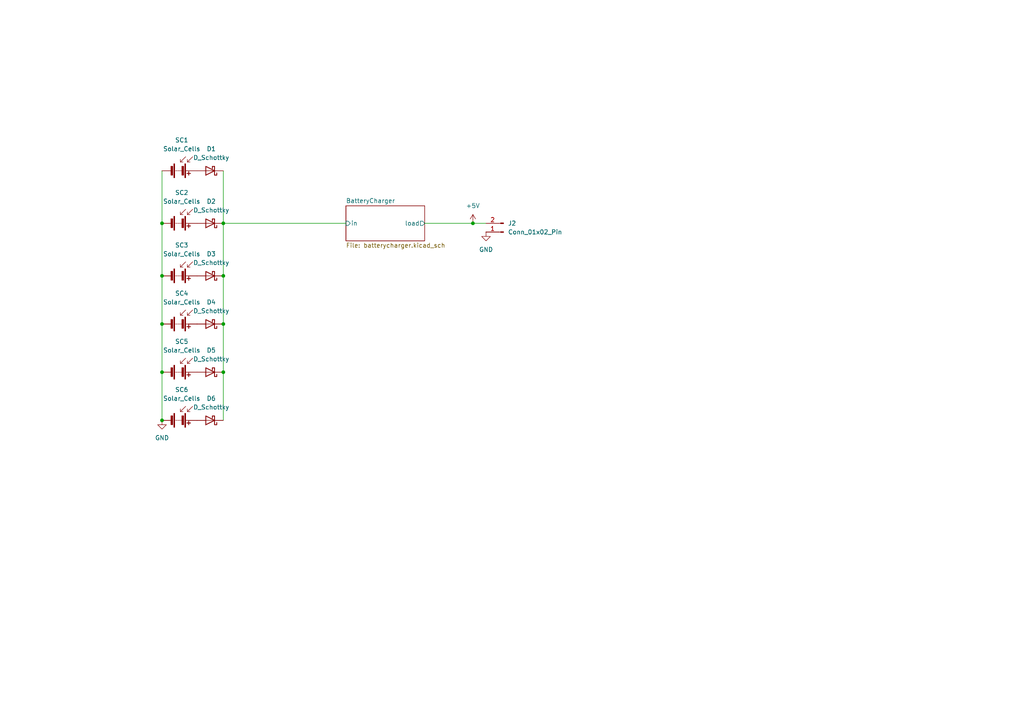
<source format=kicad_sch>
(kicad_sch (version 20231120) (generator "eeschema") (generator_version "8.0")
  (paper "A4")
  (lib_symbols
    (symbol "Connector:Conn_01x02_Pin" (pin_names (offset 1.016) hide)
      (property "Reference" "J" (at 0 2.54 0))
      (property "Value" "Conn_01x02_Pin" (at 0 -5.08 0))
      (symbol "Conn_01x02_Pin_1_1"
        (polyline (pts (xy 1.27 -2.54) (xy 0.8636 -2.54)) (stroke (width 0.1524)))
        (polyline (pts (xy 1.27 0) (xy 0.8636 0)) (stroke (width 0.1524)))
        (rectangle (start 0.8636 -2.413) (end 0 -2.667) (stroke (width 0.1524)) (fill (type outline)))
        (rectangle (start 0.8636 0.127) (end 0 -0.127) (stroke (width 0.1524)) (fill (type outline)))
        (pin passive line (at 5.08 0 180) (length 3.81) (name "Pin_1") (number "1"))
        (pin passive line (at 5.08 -2.54 180) (length 3.81) (name "Pin_2") (number "2"))
      )
    )
    (symbol "Device:D_Schottky" (pin_numbers hide) (pin_names (offset 1.016) hide)
      (property "Reference" "D" (at 0 2.54 0))
      (property "Value" "D_Schottky" (at 0 -2.54 0))
      (symbol "D_Schottky_0_1"
        (polyline (pts (xy 1.27 0) (xy -1.27 0)))
        (polyline (pts (xy 1.27 1.27) (xy 1.27 -1.27) (xy -1.27 0) (xy 1.27 1.27)) (stroke (width 0.254)))
        (polyline (pts (xy -1.905 0.635) (xy -1.905 1.27) (xy -1.27 1.27) (xy -1.27 -1.27) (xy -0.635 -1.27) (xy -0.635 -0.635)) (stroke (width 0.254)))
      )
      (symbol "D_Schottky_1_1"
        (pin passive line (at -3.81 0 0) (length 2.54) (name "K") (number "1"))
        (pin passive line (at 3.81 0 180) (length 2.54) (name "A") (number "2"))
      )
    )
    (symbol "Device:Solar_Cells" (pin_numbers hide) (pin_names (offset 0) hide)
      (property "Reference" "SC" (at 2.54 2.54 0))
      (property "Value" "Solar_Cells" (at 2.54 0 0))
      (symbol "Solar_Cells_0_1"
        (rectangle (start -2.032 -1.397) (end 2.032 -1.651) (fill (type outline)))
        (rectangle (start -2.032 1.778) (end 2.032 1.524) (fill (type outline)))
        (rectangle (start -1.3208 -1.9812) (end 1.27 -2.4892) (fill (type outline)))
        (rectangle (start -1.3208 1.1938) (end 1.27 0.6858) (fill (type outline)))
        (polyline (pts (xy -2.54 0.254) (xy -4.064 1.778)))
        (polyline (pts (xy -2.54 2.286) (xy -4.064 3.81)))
        (polyline (pts (xy 0 -1.524) (xy 0 -1.27)))
        (polyline (pts (xy 0 -1.016) (xy 0 -0.762)))
        (polyline (pts (xy 0 -0.508) (xy 0 -0.254)))
        (polyline (pts (xy 0 0) (xy 0 0.254)))
        (polyline (pts (xy 0 0.508) (xy 0 0.762)))
        (polyline (pts (xy 0 1.778) (xy 0 2.54)))
        (polyline (pts (xy 0.254 2.667) (xy 1.27 2.667)) (stroke (width 0.254)))
        (polyline (pts (xy 0.762 3.175) (xy 0.762 2.159)) (stroke (width 0.254)))
        (polyline (pts (xy -2.54 1.016) (xy -2.54 0.254) (xy -3.302 0.254)))
        (polyline (pts (xy -2.54 3.048) (xy -2.54 2.286) (xy -3.302 2.286)))
      )
      (symbol "Solar_Cells_1_1"
        (pin passive line (at 0 5.08 270) (length 2.54) (name "+") (number "1"))
        (pin passive line (at 0 -5.08 90) (length 2.54) (name "-") (number "2"))
      )
    )
    (symbol "GND_1" (power) (pin_numbers hide) (pin_names (offset 0) hide)
      (property "Value" "GND" (at 0 -3.81 0))
      (symbol "GND_1_0_1"
        (polyline (pts (xy 0 0) (xy 0 -1.27) (xy 1.27 -1.27) (xy 0 -2.54) (xy -1.27 -1.27) (xy 0 -1.27)))
      )
      (symbol "GND_1_1_1"
        (pin power_in line (at 0 0 270) (length 0) (name "~") (number "1"))
      )
    )
    (symbol "power:+5V" (power) (pin_numbers hide) (pin_names (offset 0) hide)
      (property "Value" "+5V" (at 0 3.556 0))
      (symbol "+5V_0_1"
        (polyline (pts (xy -0.762 1.27) (xy 0 2.54)))
        (polyline (pts (xy 0 0) (xy 0 2.54)))
        (polyline (pts (xy 0 2.54) (xy 0.762 1.27)))
      )
      (symbol "+5V_1_1"
        (pin power_in line (at 0 0 90) (length 0) (name "~") (number "1"))
      )
    )
    (symbol "power:GND" (power) (pin_names (offset 0))
      (property "Value" "GND" (at 0 -3.81 0))
      (symbol "GND_0_1"
        (polyline (pts (xy 0 0) (xy 0 -1.27) (xy 1.27 -1.27) (xy 0 -2.54) (xy -1.27 -1.27) (xy 0 -1.27)))
      )
      (symbol "GND_1_1"
        (pin power_in line (at 0 0 270) (length 0) hide (name "GND") (number "1"))
      )
    )
  )
  (junction (at 64.77 107.95))
  (junction (at 64.77 80.01))
  (junction (at 46.99 64.77))
  (junction (at 46.99 107.95))
  (junction (at 64.77 64.77))
  (junction (at 137.16 64.77))
  (junction (at 46.99 121.92))
  (junction (at 46.99 80.01))
  (junction (at 64.77 93.98))
  (junction (at 46.99 93.98))
  (wire (pts (xy 64.77 93.98) (xy 64.77 107.95)))
  (wire (pts (xy 64.77 80.01) (xy 64.77 93.98)))
  (wire (pts (xy 64.77 64.77) (xy 100.33 64.77)))
  (wire (pts (xy 64.77 64.77) (xy 64.77 80.01)))
  (wire (pts (xy 46.99 64.77) (xy 46.99 80.01)))
  (wire (pts (xy 123.19 64.77) (xy 137.16 64.77)))
  (wire (pts (xy 46.99 107.95) (xy 46.99 121.92)))
  (wire (pts (xy 46.99 93.98) (xy 46.99 107.95)))
  (wire (pts (xy 137.16 64.77) (xy 140.97 64.77)))
  (wire (pts (xy 64.77 107.95) (xy 64.77 121.92)))
  (wire (pts (xy 46.99 49.53) (xy 46.99 64.77)))
  (wire (pts (xy 46.99 80.01) (xy 46.99 93.98)))
  (wire (pts (xy 64.77 49.53) (xy 64.77 64.77)))
  (symbol (lib_id "Device:Solar_Cells") (at 52.07 93.98 270) (unit 1)
    (property "Reference" "SC4" (at 52.705 85.09 90))
    (property "Value" "Solar_Cells" (at 52.705 87.63 90))
    (property "Footprint" "Connector_PinHeader_2.54mm:PinHeader_1x02_P2.54mm_Vertical" (effects (hide yes)))
  )
  (symbol (lib_id "power:+5V") (at 137.16 64.77 0) (unit 1)
    (property "Reference" "#PWR09" (effects (hide yes)))
    (property "Value" "+5V" (at 137.16 59.69 0))
    (property "Description" "Power symbol creates a global label with name \"+5V\"" (effects (hide yes)))
  )
  (symbol (lib_id "Connector:Conn_01x02_Pin") (at 146.05 67.31 180) (unit 1)
    (property "Reference" "J2" (at 147.32 64.7699 0) (effects (justify right)))
    (property "Value" "Conn_01x02_Pin" (at 147.32 67.3099 0) (effects (justify right)))
    (property "Footprint" "Connector_PinHeader_2.54mm:PinHeader_1x02_P2.54mm_Vertical" (effects (hide yes)))
    (property "Description" "Generic connector, single row, 01x02, script generated" (effects (hide yes)))
  )
  (symbol (lib_id "Device:Solar_Cells") (at 52.07 80.01 270) (unit 1)
    (property "Reference" "SC3" (at 52.705 71.12 90))
    (property "Value" "Solar_Cells" (at 52.705 73.66 90))
    (property "Footprint" "Connector_PinHeader_2.54mm:PinHeader_1x02_P2.54mm_Vertical" (effects (hide yes)))
  )
  (symbol (lib_id "Device:Solar_Cells") (at 52.07 121.92 270) (unit 1)
    (property "Reference" "SC6" (at 52.705 113.03 90))
    (property "Value" "Solar_Cells" (at 52.705 115.57 90))
    (property "Footprint" "Connector_PinHeader_2.54mm:PinHeader_1x02_P2.54mm_Vertical" (effects (hide yes)))
  )
  (symbol (lib_id "Device:D_Schottky") (at 60.96 64.77 180) (unit 1)
    (property "Reference" "D2" (at 61.2775 58.42 0))
    (property "Value" "D_Schottky" (at 61.2775 60.96 0))
    (property "Footprint" "Diode_THT:D_DO-35_SOD27_P7.62mm_Horizontal" (effects (hide yes)))
  )
  (symbol (lib_id "Device:D_Schottky") (at 60.96 107.95 180) (unit 1)
    (property "Reference" "D5" (at 61.2775 101.6 0))
    (property "Value" "D_Schottky" (at 61.2775 104.14 0))
    (property "Footprint" "Diode_THT:D_DO-35_SOD27_P7.62mm_Horizontal" (effects (hide yes)))
  )
  (symbol (lib_name "GND_1") (lib_id "power:GND") (at 140.97 67.31 0) (unit 1)
    (property "Reference" "#PWR01" (effects (hide yes)))
    (property "Value" "GND" (at 140.97 72.39 0))
    (property "Description" "Power symbol creates a global label with name \"GND\" , ground" (effects (hide yes)))
  )
  (symbol (lib_id "Device:D_Schottky") (at 60.96 80.01 180) (unit 1)
    (property "Reference" "D3" (at 61.2775 73.66 0))
    (property "Value" "D_Schottky" (at 61.2775 76.2 0))
    (property "Footprint" "Diode_THT:D_DO-35_SOD27_P7.62mm_Horizontal" (effects (hide yes)))
  )
  (symbol (lib_id "Device:D_Schottky") (at 60.96 49.53 180) (unit 1)
    (property "Reference" "D1" (at 61.2775 43.18 0))
    (property "Value" "D_Schottky" (at 61.2775 45.72 0))
    (property "Footprint" "Diode_THT:D_DO-35_SOD27_P7.62mm_Horizontal" (effects (hide yes)))
  )
  (symbol (lib_id "Device:Solar_Cells") (at 52.07 107.95 270) (unit 1)
    (property "Reference" "SC5" (at 52.705 99.06 90))
    (property "Value" "Solar_Cells" (at 52.705 101.6 90))
    (property "Footprint" "Connector_PinHeader_2.54mm:PinHeader_1x02_P2.54mm_Vertical" (effects (hide yes)))
  )
  (symbol (lib_id "power:GND") (at 46.99 121.92 0) (unit 1)
    (property "Reference" "#PWR04" (effects (hide yes)))
    (property "Value" "GND" (at 46.99 127 0))
  )
  (symbol (lib_id "Device:D_Schottky") (at 60.96 121.92 180) (unit 1)
    (property "Reference" "D6" (at 61.2775 115.57 0))
    (property "Value" "D_Schottky" (at 61.2775 118.11 0))
    (property "Footprint" "Diode_THT:D_DO-35_SOD27_P7.62mm_Horizontal" (effects (hide yes)))
  )
  (symbol (lib_id "Device:Solar_Cells") (at 52.07 64.77 270) (unit 1)
    (property "Reference" "SC2" (at 52.705 55.88 90))
    (property "Value" "Solar_Cells" (at 52.705 58.42 90))
    (property "Footprint" "Connector_PinHeader_2.54mm:PinHeader_1x02_P2.54mm_Vertical" (effects (hide yes)))
  )
  (symbol (lib_id "Device:Solar_Cells") (at 52.07 49.53 270) (unit 1)
    (property "Reference" "SC1" (at 52.705 40.64 90))
    (property "Value" "Solar_Cells" (at 52.705 43.18 90))
    (property "Footprint" "Connector_PinHeader_2.54mm:PinHeader_1x02_P2.54mm_Vertical" (effects (hide yes)))
  )
  (symbol (lib_id "Device:D_Schottky") (at 60.96 93.98 180) (unit 1)
    (property "Reference" "D4" (at 61.2775 87.63 0))
    (property "Value" "D_Schottky" (at 61.2775 90.17 0))
    (property "Footprint" "Diode_THT:D_DO-35_SOD27_P7.62mm_Horizontal" (effects (hide yes)))
  )
  (sheet (at 100.33 59.69) (size 22.86 10.16) (stroke (width 0.1524))
    (property "Sheetname" "BatteryCharger" (at 100.33 58.9784 0) (effects (justify left bottom)))
    (property "Sheetfile" "batterycharger.kicad_sch" (at 100.33 70.4346 0) (effects (justify left top)))
    (pin "in" input (at 100.33 64.77 180))
    (pin "load" output (at 123.19 64.77 0))
  )
)
</source>
